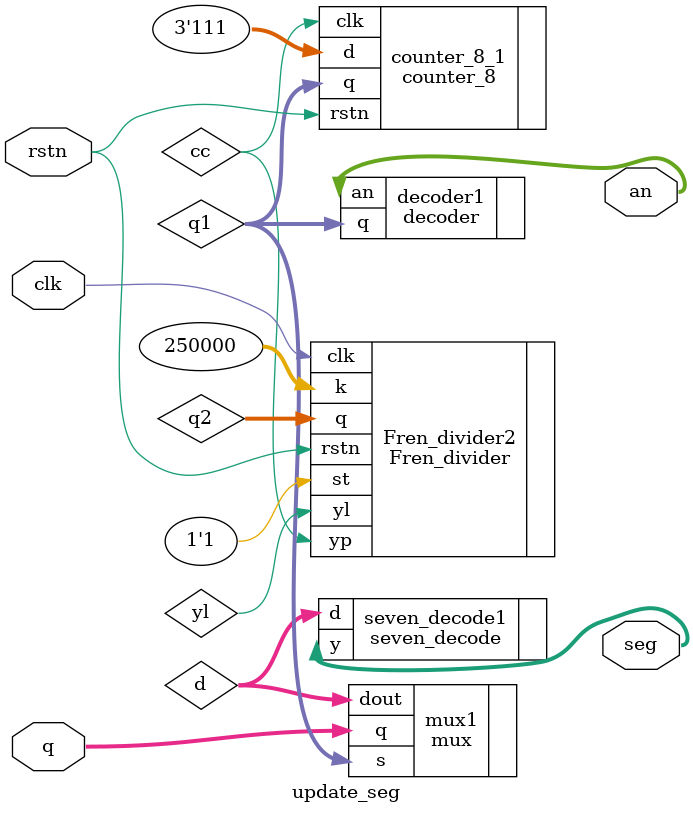
<source format=sv>
`timescale 1ns / 1ps


module update_seg(
    input clk,
    input rstn,
    input [31:0] q,
    output reg [7:0] an,
    output reg [6:0] seg
    );
    reg cc;
    reg [2:0] q1;
    reg [31:0] q2;
    reg yl;
    reg [3:0] d;
    Fren_divider Fren_divider2(
        .k (32'd250000),
        .st (1'b1),
        .rstn (rstn),
        .clk  (clk),
        .yp  (cc),
        .yl (yl),
        .q   (q2)
    );
    counter_8# ( .WIDTH(3), .RST_VLU(0))
    counter_8_1 (
        .clk (cc),
        .rstn  (rstn),
        .d   (3'd7),
        .q  (q1)
    );
    mux mux1(
        .s (q1),
        .q (q),
        .dout (d)
    );
    seven_decode seven_decode1(
        .d (d),
        .y (seg)
    );
    decoder decoder1(
        .q (q1),
        .an (an)
    ); 

endmodule

</source>
